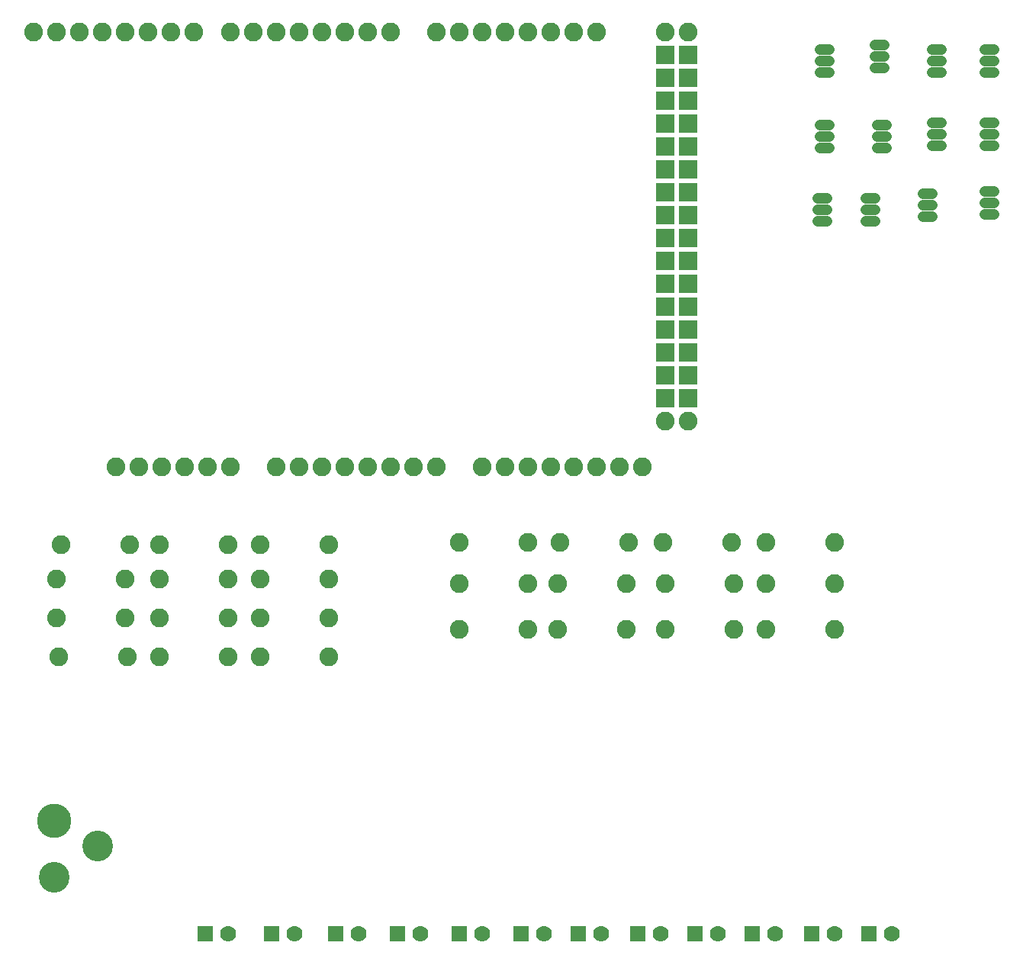
<source format=gbs>
G04 ---------------------------- Layer name :BOTTOM SOLDER LAYER*
G04 EasyEDA v5.4.11, Sat, 12 May 2018 19:29:08 GMT*
G04 dca06a4066c74d719eec436680ae0180*
G04 Gerber Generator version 0.2*
G04 Scale: 100 percent, Rotated: No, Reflected: No *
G04 Dimensions in inches *
G04 leading zeros omitted , absolute positions ,2 integer and 4 decimal *
%FSLAX24Y24*%
%MOIN*%
G90*
G70D02*

%ADD27C,0.047370*%
%ADD28C,0.082000*%
%ADD29R,0.070000X0.070000*%
%ADD30C,0.070000*%
%ADD31C,0.149700*%
%ADD32C,0.134000*%
%ADD33R,0.082000X0.082000*%

%LPD*%
G54D27*
G01X36846Y40450D02*
G01X36453Y40450D01*
G01X36846Y39950D02*
G01X36453Y39950D01*
G01X36846Y39450D02*
G01X36453Y39450D01*
G01X39246Y40650D02*
G01X38853Y40650D01*
G01X39246Y40150D02*
G01X38853Y40150D01*
G01X39246Y39650D02*
G01X38853Y39650D01*
G01X41746Y40450D02*
G01X41353Y40450D01*
G01X41746Y39950D02*
G01X41353Y39950D01*
G01X41746Y39450D02*
G01X41353Y39450D01*
G01X36846Y37150D02*
G01X36453Y37150D01*
G01X36846Y36650D02*
G01X36453Y36650D01*
G01X36846Y36150D02*
G01X36453Y36150D01*
G01X39346Y37150D02*
G01X38953Y37150D01*
G01X39346Y36650D02*
G01X38953Y36650D01*
G01X39346Y36150D02*
G01X38953Y36150D01*
G01X41746Y37250D02*
G01X41353Y37250D01*
G01X41746Y36750D02*
G01X41353Y36750D01*
G01X41746Y36250D02*
G01X41353Y36250D01*
G01X44046Y37250D02*
G01X43653Y37250D01*
G01X44046Y36750D02*
G01X43653Y36750D01*
G01X44046Y36250D02*
G01X43653Y36250D01*
G01X44046Y34250D02*
G01X43653Y34250D01*
G01X44046Y33750D02*
G01X43653Y33750D01*
G01X44046Y33250D02*
G01X43653Y33250D01*
G01X41346Y34150D02*
G01X40953Y34150D01*
G01X41346Y33650D02*
G01X40953Y33650D01*
G01X41346Y33150D02*
G01X40953Y33150D01*
G01X36746Y33950D02*
G01X36353Y33950D01*
G01X36746Y33450D02*
G01X36353Y33450D01*
G01X36746Y32950D02*
G01X36353Y32950D01*
G01X44046Y40450D02*
G01X43653Y40450D01*
G01X44046Y39950D02*
G01X43653Y39950D01*
G01X44046Y39450D02*
G01X43653Y39450D01*
G01X38846Y33950D02*
G01X38453Y33950D01*
G01X38846Y33450D02*
G01X38453Y33450D01*
G01X38846Y32950D02*
G01X38453Y32950D01*
G54D28*
G01X20700Y18900D03*
G01X23700Y18900D03*
G01X25100Y18900D03*
G01X28100Y18900D03*
G01X29600Y18900D03*
G01X32600Y18900D03*
G01X34100Y18900D03*
G01X37100Y18900D03*
G01X20700Y17100D03*
G01X23700Y17100D03*
G01X25000Y17100D03*
G01X28000Y17100D03*
G01X29700Y17100D03*
G01X32700Y17100D03*
G01X34100Y17100D03*
G01X37100Y17100D03*
G01X20700Y15100D03*
G01X23700Y15100D03*
G01X25000Y15100D03*
G01X28000Y15100D03*
G01X29700Y15100D03*
G01X32700Y15100D03*
G01X34100Y15100D03*
G01X37100Y15100D03*
G01X3300Y18800D03*
G01X6300Y18800D03*
G01X3100Y17300D03*
G01X6100Y17300D03*
G01X3100Y15600D03*
G01X6100Y15600D03*
G01X3200Y13900D03*
G01X6200Y13900D03*
G01X7600Y18800D03*
G01X10600Y18800D03*
G01X7600Y17300D03*
G01X10600Y17300D03*
G01X7600Y15600D03*
G01X10600Y15600D03*
G01X7600Y13900D03*
G01X10600Y13900D03*
G01X12000Y18800D03*
G01X15000Y18800D03*
G01X12000Y17300D03*
G01X15000Y17300D03*
G54D29*
G01X9600Y1800D03*
G54D30*
G01X10600Y1800D03*
G54D29*
G01X12500Y1800D03*
G54D30*
G01X13500Y1800D03*
G54D29*
G01X15300Y1800D03*
G54D30*
G01X16300Y1800D03*
G54D29*
G01X20700Y1800D03*
G54D30*
G01X21700Y1800D03*
G54D29*
G01X23400Y1800D03*
G54D30*
G01X24400Y1800D03*
G54D29*
G01X25900Y1800D03*
G54D30*
G01X26900Y1800D03*
G54D29*
G01X28500Y1800D03*
G54D30*
G01X29500Y1800D03*
G54D29*
G01X31000Y1800D03*
G54D30*
G01X32000Y1800D03*
G54D29*
G01X33500Y1800D03*
G54D30*
G01X34500Y1800D03*
G54D29*
G01X36100Y1800D03*
G54D30*
G01X37100Y1800D03*
G54D29*
G01X38600Y1800D03*
G54D30*
G01X39600Y1800D03*
G54D28*
G01X12000Y13900D03*
G01X15000Y13900D03*
G01X12000Y15600D03*
G01X15000Y15600D03*
G54D29*
G01X18000Y1800D03*
G54D30*
G01X19000Y1800D03*
G54D31*
G01X3000Y6750D03*
G54D32*
G01X3000Y4290D03*
G01X4889Y5630D03*
G54D28*
G01X22700Y22200D03*
G01X23700Y22200D03*
G01X24700Y22200D03*
G01X25700Y22200D03*
G01X26700Y22200D03*
G01X27700Y22200D03*
G01X28700Y22200D03*
G01X21700Y22200D03*
G01X20700Y41200D03*
G01X21700Y41200D03*
G01X22700Y41200D03*
G01X23700Y41200D03*
G01X24700Y41200D03*
G01X25700Y41200D03*
G01X26700Y41200D03*
G01X19700Y41200D03*
G01X13700Y22200D03*
G01X14700Y22200D03*
G01X15700Y22200D03*
G01X16700Y22200D03*
G01X17700Y22200D03*
G01X18700Y22200D03*
G01X19700Y22200D03*
G01X12700Y22200D03*
G01X11700Y41200D03*
G01X12700Y41200D03*
G01X13700Y41200D03*
G01X14700Y41200D03*
G01X15700Y41200D03*
G01X16700Y41200D03*
G01X17700Y41200D03*
G01X10700Y41200D03*
G01X3100Y41200D03*
G01X4100Y41200D03*
G01X5100Y41200D03*
G01X6100Y41200D03*
G01X7100Y41200D03*
G01X8100Y41200D03*
G01X9100Y41200D03*
G01X2100Y41200D03*
G54D33*
G01X30700Y33200D03*
G01X29700Y33200D03*
G01X30700Y34200D03*
G01X29700Y34200D03*
G01X30700Y35200D03*
G01X29700Y35200D03*
G01X30700Y36200D03*
G01X29700Y36200D03*
G01X30700Y37200D03*
G01X29700Y37200D03*
G01X30700Y38200D03*
G01X29700Y38200D03*
G01X30700Y39200D03*
G01X29700Y39200D03*
G01X30700Y40200D03*
G01X29700Y40200D03*
G01X30700Y25200D03*
G01X29700Y25200D03*
G01X30700Y26200D03*
G01X29700Y26200D03*
G01X30700Y27200D03*
G01X29700Y27200D03*
G01X30700Y28200D03*
G01X29700Y28200D03*
G01X30700Y29200D03*
G01X29700Y29200D03*
G01X30700Y30200D03*
G01X29700Y30200D03*
G01X30700Y31200D03*
G01X29700Y31200D03*
G01X30700Y32200D03*
G01X29700Y32200D03*
G54D28*
G01X29700Y24200D03*
G01X30700Y24200D03*
G01X29700Y41200D03*
G01X30700Y41200D03*
G01X5700Y22200D03*
G01X6700Y22200D03*
G01X7700Y22200D03*
G01X8700Y22200D03*
G01X9700Y22200D03*
G01X10700Y22200D03*
M00*
M02*

</source>
